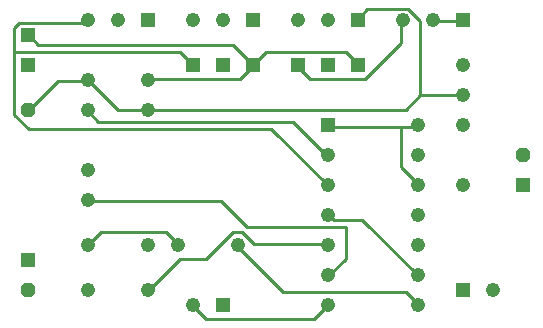
<source format=gbl>
G75*
G70*
%OFA0B0*%
%FSLAX24Y24*%
%IPPOS*%
%LPD*%
%AMOC8*
5,1,8,0,0,1.08239X$1,22.5*
%
%ADD10R,0.0476X0.0476*%
%ADD11C,0.0476*%
%ADD12OC8,0.0476*%
%ADD13C,0.0100*%
D10*
X001101Y004601D03*
X007601Y003101D03*
X015601Y003601D03*
X017601Y007101D03*
X011101Y009101D03*
X011101Y011101D03*
X012101Y011101D03*
X010101Y011101D03*
X008601Y011101D03*
X007601Y011101D03*
X006601Y011101D03*
X005101Y012601D03*
X008601Y012601D03*
X012101Y012601D03*
X015601Y012601D03*
X001101Y012101D03*
X001101Y011101D03*
D11*
X003101Y010601D03*
X003101Y009601D03*
X005101Y009601D03*
X005101Y010601D03*
X004101Y012601D03*
X003101Y012601D03*
X006601Y012601D03*
X007601Y012601D03*
X010101Y012601D03*
X011101Y012601D03*
X013601Y012601D03*
X014601Y012601D03*
X015601Y011101D03*
X015601Y010101D03*
X015601Y009101D03*
X014101Y009101D03*
X014101Y008101D03*
X014101Y007101D03*
X015601Y007101D03*
X014101Y006101D03*
X014101Y005101D03*
X014101Y004101D03*
X014101Y003101D03*
X016601Y003601D03*
X011101Y004101D03*
X011101Y005101D03*
X011101Y006101D03*
X011101Y007101D03*
X011101Y008101D03*
X008101Y005101D03*
X006101Y005101D03*
X005101Y005101D03*
X003101Y005101D03*
X003101Y003601D03*
X005101Y003601D03*
X006601Y003101D03*
X011101Y003101D03*
X003101Y006601D03*
X003101Y007601D03*
D12*
X001101Y003601D03*
X001101Y009601D03*
X017601Y008101D03*
D13*
X015601Y010101D02*
X014181Y010101D01*
X013701Y009621D01*
X005141Y009621D01*
X005101Y009601D01*
X005061Y009621D01*
X004101Y009621D01*
X003141Y010581D01*
X003101Y010601D01*
X003061Y010581D01*
X002101Y010581D01*
X001141Y009621D01*
X001101Y009601D01*
X000661Y009461D02*
X000661Y011541D01*
X006181Y011541D01*
X006581Y011141D01*
X006601Y011101D01*
X007941Y011781D02*
X008581Y011141D01*
X008601Y011101D01*
X008661Y011141D01*
X009061Y011541D01*
X011701Y011541D01*
X012101Y011141D01*
X012101Y011101D01*
X012341Y010661D02*
X013541Y011861D01*
X013541Y012581D01*
X013601Y012601D01*
X013781Y012981D02*
X014181Y012581D01*
X014181Y010101D01*
X014101Y009101D02*
X014101Y009061D01*
X013541Y009061D01*
X011141Y009061D01*
X011101Y009101D01*
X011061Y008101D02*
X009941Y009221D01*
X003461Y009221D01*
X003141Y009541D01*
X003101Y009601D01*
X001141Y008981D02*
X000661Y009461D01*
X001141Y008981D02*
X009221Y008981D01*
X011101Y007101D01*
X011061Y008101D02*
X011101Y008101D01*
X013541Y007701D02*
X013541Y009061D01*
X013541Y007701D02*
X014101Y007141D01*
X014101Y007101D01*
X012261Y005941D02*
X014101Y004101D01*
X013701Y003541D02*
X014101Y003141D01*
X014101Y003101D01*
X013701Y003541D02*
X009621Y003541D01*
X008101Y005061D01*
X008101Y005101D01*
X008261Y005541D02*
X008661Y005141D01*
X011061Y005141D01*
X011101Y005101D01*
X011701Y004661D02*
X011701Y005701D01*
X008421Y005701D01*
X007541Y006581D01*
X003141Y006581D01*
X003101Y006601D01*
X003541Y005541D02*
X003101Y005101D01*
X003541Y005541D02*
X005701Y005541D01*
X006101Y005141D01*
X006101Y005101D01*
X006181Y004661D02*
X007061Y004661D01*
X007941Y005541D01*
X008261Y005541D01*
X006181Y004661D02*
X005141Y003621D01*
X005101Y003601D01*
X006601Y003101D02*
X006661Y003061D01*
X007061Y002661D01*
X010661Y002661D01*
X011101Y003101D01*
X011141Y004101D02*
X011101Y004101D01*
X011141Y004101D02*
X011701Y004661D01*
X011301Y005941D02*
X012261Y005941D01*
X011301Y005941D02*
X011141Y006101D01*
X011101Y006101D01*
X005101Y010601D02*
X005141Y010661D01*
X008181Y010661D01*
X008581Y011061D01*
X008601Y011101D01*
X007941Y011781D02*
X001461Y011781D01*
X001141Y012101D01*
X001101Y012101D01*
X000821Y012501D02*
X000661Y012341D01*
X000661Y011541D01*
X000821Y012501D02*
X002981Y012501D01*
X003061Y012581D01*
X003101Y012601D01*
X010101Y011101D02*
X010101Y011061D01*
X010501Y010661D01*
X012341Y010661D01*
X012101Y012601D02*
X012101Y012661D01*
X012421Y012981D01*
X013781Y012981D01*
X014601Y012601D02*
X014661Y012581D01*
X015541Y012581D01*
X015601Y012601D01*
M02*

</source>
